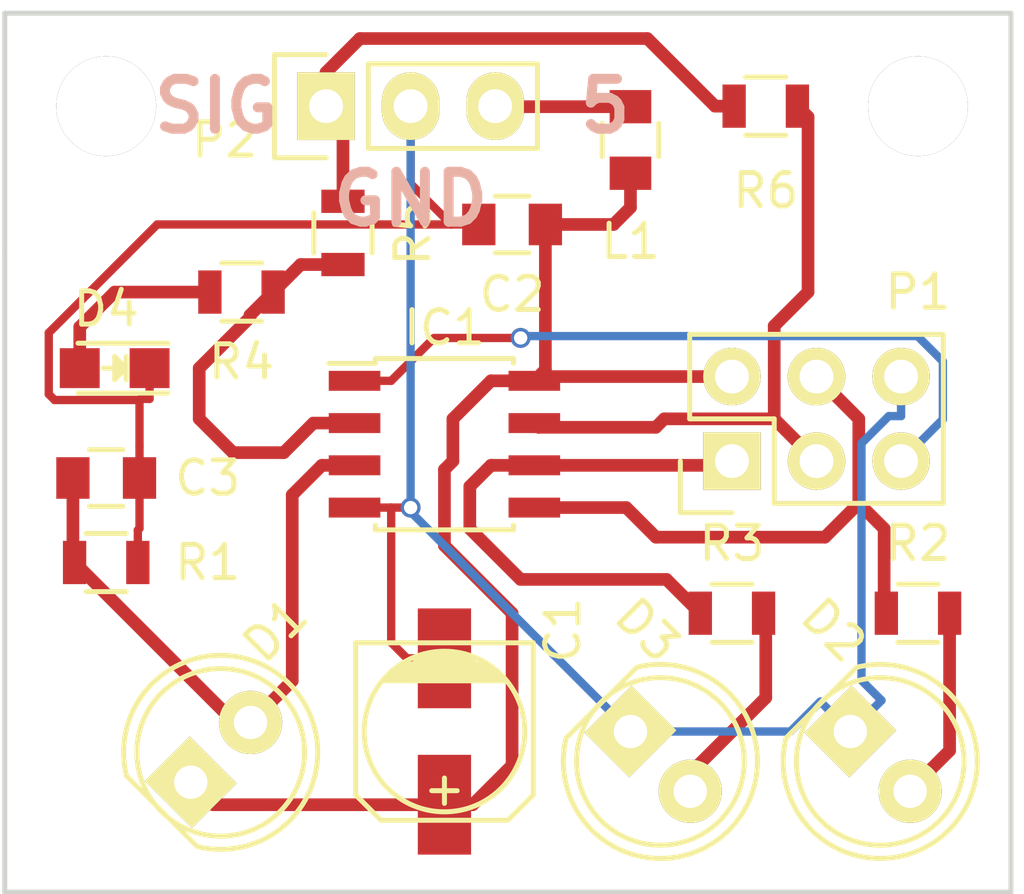
<source format=kicad_pcb>
(kicad_pcb (version 20171130) (host pcbnew "(5.1.12)-1")

  (general
    (thickness 1.6)
    (drawings 8)
    (tracks 135)
    (zones 0)
    (modules 19)
    (nets 16)
  )

  (page A4)
  (layers
    (0 F.Cu signal)
    (31 B.Cu signal)
    (32 B.Adhes user hide)
    (33 F.Adhes user hide)
    (34 B.Paste user hide)
    (35 F.Paste user hide)
    (36 B.SilkS user hide)
    (37 F.SilkS user hide)
    (38 B.Mask user hide)
    (39 F.Mask user hide)
    (40 Dwgs.User user hide)
    (41 Cmts.User user hide)
    (42 Eco1.User user hide)
    (43 Eco2.User user hide)
    (44 Edge.Cuts user)
    (45 Margin user hide)
    (46 B.CrtYd user hide)
    (47 F.CrtYd user hide)
    (48 B.Fab user hide)
    (49 F.Fab user hide)
  )

  (setup
    (last_trace_width 0.25)
    (user_trace_width 0.381)
    (user_trace_width 0.508)
    (trace_clearance 0.2)
    (zone_clearance 0.508)
    (zone_45_only no)
    (trace_min 0.2)
    (via_size 0.6)
    (via_drill 0.4)
    (via_min_size 0.4)
    (via_min_drill 0.3)
    (user_via 10.16 7.62)
    (uvia_size 0.3)
    (uvia_drill 0.1)
    (uvias_allowed no)
    (uvia_min_size 0.2)
    (uvia_min_drill 0.1)
    (edge_width 0.15)
    (segment_width 0.2)
    (pcb_text_width 0.3)
    (pcb_text_size 1.5 1.5)
    (mod_edge_width 0.15)
    (mod_text_size 0.000001 0.000001)
    (mod_text_width 0.15)
    (pad_size 1.4 1.4)
    (pad_drill 0.6)
    (pad_to_mask_clearance 0.2)
    (aux_axis_origin 0 0)
    (visible_elements 7FFFFFFF)
    (pcbplotparams
      (layerselection 0x010ff_80000001)
      (usegerberextensions true)
      (usegerberattributes true)
      (usegerberadvancedattributes true)
      (creategerberjobfile true)
      (excludeedgelayer true)
      (linewidth 0.100000)
      (plotframeref false)
      (viasonmask false)
      (mode 1)
      (useauxorigin false)
      (hpglpennumber 1)
      (hpglpenspeed 20)
      (hpglpendiameter 15.000000)
      (psnegative false)
      (psa4output false)
      (plotreference true)
      (plotvalue true)
      (plotinvisibletext false)
      (padsonsilk false)
      (subtractmaskfromsilk false)
      (outputformat 1)
      (mirror false)
      (drillshape 0)
      (scaleselection 1)
      (outputdirectory "gerbers/"))
  )

  (net 0 "")
  (net 1 "Net-(C1-Pad1)")
  (net 2 GND)
  (net 3 VCC)
  (net 4 "Net-(D2-Pad2)")
  (net 5 "Net-(D3-Pad2)")
  (net 6 "Net-(D4-Pad2)")
  (net 7 "Net-(IC1-Pad1)")
  (net 8 "Net-(IC1-Pad2)")
  (net 9 "Net-(IC1-Pad5)")
  (net 10 "Net-(IC1-Pad6)")
  (net 11 "Net-(IC1-Pad7)")
  (net 12 "Net-(L1-Pad2)")
  (net 13 "Net-(P2-Pad1)")
  (net 14 "Net-(W1-Pad1)")
  (net 15 "Net-(W2-Pad1)")

  (net_class Default "This is the default net class."
    (clearance 0.2)
    (trace_width 0.25)
    (via_dia 0.6)
    (via_drill 0.4)
    (uvia_dia 0.3)
    (uvia_drill 0.1)
    (add_net GND)
    (add_net "Net-(C1-Pad1)")
    (add_net "Net-(D2-Pad2)")
    (add_net "Net-(D3-Pad2)")
    (add_net "Net-(D4-Pad2)")
    (add_net "Net-(IC1-Pad1)")
    (add_net "Net-(IC1-Pad2)")
    (add_net "Net-(IC1-Pad5)")
    (add_net "Net-(IC1-Pad6)")
    (add_net "Net-(IC1-Pad7)")
    (add_net "Net-(L1-Pad2)")
    (add_net "Net-(P2-Pad1)")
    (add_net "Net-(W1-Pad1)")
    (add_net "Net-(W2-Pad1)")
    (add_net VCC)
  )

  (module Capacitors_SMD:c_elec_5x5.7 (layer F.Cu) (tedit 56F6EDE5) (tstamp 56F75140)
    (at 136.144 116.332 270)
    (descr "SMT capacitor, aluminium electrolytic, 5x5.7")
    (path /56E9FDD8)
    (attr smd)
    (fp_text reference C1 (at -3.048 -3.556 270) (layer F.SilkS)
      (effects (font (size 1 1) (thickness 0.15)))
    )
    (fp_text value "22uF 25v" (at 0 3.81 270) (layer F.Fab) hide
      (effects (font (size 1 1) (thickness 0.15)))
    )
    (fp_circle (center 0 0) (end -2.413 0) (layer F.SilkS) (width 0.15))
    (fp_line (start 1.778 -0.381) (end 1.778 0.381) (layer F.SilkS) (width 0.15))
    (fp_line (start 2.159 0) (end 1.397 0) (layer F.SilkS) (width 0.15))
    (fp_line (start -2.667 2.667) (end -2.667 -2.667) (layer F.SilkS) (width 0.15))
    (fp_line (start 1.905 2.667) (end -2.667 2.667) (layer F.SilkS) (width 0.15))
    (fp_line (start 2.667 1.905) (end 1.905 2.667) (layer F.SilkS) (width 0.15))
    (fp_line (start 2.667 -1.905) (end 2.667 1.905) (layer F.SilkS) (width 0.15))
    (fp_line (start 1.905 -2.667) (end 2.667 -1.905) (layer F.SilkS) (width 0.15))
    (fp_line (start -2.667 -2.667) (end 1.905 -2.667) (layer F.SilkS) (width 0.15))
    (fp_line (start -1.524 -1.778) (end -1.524 1.778) (layer F.SilkS) (width 0.15))
    (fp_line (start -1.651 1.651) (end -1.651 -1.651) (layer F.SilkS) (width 0.15))
    (fp_line (start -1.778 -1.524) (end -1.778 1.524) (layer F.SilkS) (width 0.15))
    (fp_line (start -1.905 1.397) (end -1.905 -1.397) (layer F.SilkS) (width 0.15))
    (fp_line (start -2.032 -1.27) (end -2.032 1.27) (layer F.SilkS) (width 0.15))
    (fp_line (start -2.159 -0.889) (end -2.159 0.889) (layer F.SilkS) (width 0.15))
    (fp_line (start -2.286 -0.635) (end -2.286 0.762) (layer F.SilkS) (width 0.15))
    (fp_line (start -3.95 3) (end -3.95 -3) (layer F.CrtYd) (width 0.05))
    (fp_line (start 3.95 3) (end -3.95 3) (layer F.CrtYd) (width 0.05))
    (fp_line (start 3.95 -3) (end 3.95 3) (layer F.CrtYd) (width 0.05))
    (fp_line (start -3.95 -3) (end 3.95 -3) (layer F.CrtYd) (width 0.05))
    (pad 1 smd rect (at 2.19964 0 270) (size 2.99974 1.6002) (layers F.Cu F.Paste F.Mask)
      (net 1 "Net-(C1-Pad1)"))
    (pad 2 smd rect (at -2.19964 0 270) (size 2.99974 1.6002) (layers F.Cu F.Paste F.Mask)
      (net 2 GND))
    (model Capacitors_SMD.3dshapes/c_elec_5x5.7.wrl
      (at (xyz 0 0 0))
      (scale (xyz 1 1 1))
      (rotate (xyz 0 0 0))
    )
  )

  (module Capacitors_SMD:C_0805 (layer F.Cu) (tedit 56F6ECA1) (tstamp 56F7514C)
    (at 138.176 101.092 180)
    (descr "Capacitor SMD 0805, reflow soldering, AVX (see smccp.pdf)")
    (tags "capacitor 0805")
    (path /56E9FE32)
    (attr smd)
    (fp_text reference C2 (at 0 -2.1 180) (layer F.SilkS)
      (effects (font (size 1 1) (thickness 0.15)))
    )
    (fp_text value 100nF (at 0 2.1 180) (layer F.Fab) hide
      (effects (font (size 1 1) (thickness 0.15)))
    )
    (fp_line (start -0.5 0.85) (end 0.5 0.85) (layer F.SilkS) (width 0.15))
    (fp_line (start 0.5 -0.85) (end -0.5 -0.85) (layer F.SilkS) (width 0.15))
    (fp_line (start 1.8 -1) (end 1.8 1) (layer F.CrtYd) (width 0.05))
    (fp_line (start -1.8 -1) (end -1.8 1) (layer F.CrtYd) (width 0.05))
    (fp_line (start -1.8 1) (end 1.8 1) (layer F.CrtYd) (width 0.05))
    (fp_line (start -1.8 -1) (end 1.8 -1) (layer F.CrtYd) (width 0.05))
    (pad 1 smd rect (at -1 0 180) (size 1 1.25) (layers F.Cu F.Paste F.Mask)
      (net 1 "Net-(C1-Pad1)"))
    (pad 2 smd rect (at 1 0 180) (size 1 1.25) (layers F.Cu F.Paste F.Mask)
      (net 2 GND))
    (model Capacitors_SMD.3dshapes/C_0805.wrl
      (at (xyz 0 0 0))
      (scale (xyz 1 1 1))
      (rotate (xyz 0 0 0))
    )
  )

  (module Capacitors_SMD:C_0805 (layer F.Cu) (tedit 56F6F363) (tstamp 56F75158)
    (at 125.984 108.712)
    (descr "Capacitor SMD 0805, reflow soldering, AVX (see smccp.pdf)")
    (tags "capacitor 0805")
    (path /56E9FF0F)
    (attr smd)
    (fp_text reference C3 (at 3.048 0) (layer F.SilkS)
      (effects (font (size 1 1) (thickness 0.15)))
    )
    (fp_text value 1nF (at 0 2.1) (layer F.Fab) hide
      (effects (font (size 1 1) (thickness 0.15)))
    )
    (fp_line (start -0.5 0.85) (end 0.5 0.85) (layer F.SilkS) (width 0.15))
    (fp_line (start 0.5 -0.85) (end -0.5 -0.85) (layer F.SilkS) (width 0.15))
    (fp_line (start 1.8 -1) (end 1.8 1) (layer F.CrtYd) (width 0.05))
    (fp_line (start -1.8 -1) (end -1.8 1) (layer F.CrtYd) (width 0.05))
    (fp_line (start -1.8 1) (end 1.8 1) (layer F.CrtYd) (width 0.05))
    (fp_line (start -1.8 -1) (end 1.8 -1) (layer F.CrtYd) (width 0.05))
    (pad 1 smd rect (at -1 0) (size 1 1.25) (layers F.Cu F.Paste F.Mask)
      (net 3 VCC))
    (pad 2 smd rect (at 1 0) (size 1 1.25) (layers F.Cu F.Paste F.Mask)
      (net 2 GND))
    (model Capacitors_SMD.3dshapes/C_0805.wrl
      (at (xyz 0 0 0))
      (scale (xyz 1 1 1))
      (rotate (xyz 0 0 0))
    )
  )

  (module LEDs:LED-5MM (layer F.Cu) (tedit 56F6EDF2) (tstamp 56F75164)
    (at 128.524 117.856 45)
    (descr "LED 5mm round vertical")
    (tags "LED 5mm round vertical")
    (path /56EA38D2)
    (fp_text reference D1 (at 5.028943 -1.436841 45) (layer F.SilkS)
      (effects (font (size 1 1) (thickness 0.15)))
    )
    (fp_text value SFH3100F (at 1.524 -3.937 45) (layer F.Fab) hide
      (effects (font (size 1 1) (thickness 0.15)))
    )
    (fp_circle (center 1.27 0) (end 0.97 -2.5) (layer F.SilkS) (width 0.15))
    (fp_line (start -1.23 1.5) (end -1.23 -1.5) (layer F.SilkS) (width 0.15))
    (fp_line (start -1.5 -1.55) (end -1.5 1.55) (layer F.CrtYd) (width 0.05))
    (fp_text user K (at -1.905 1.905 45) (layer F.SilkS) hide
      (effects (font (size 1 1) (thickness 0.15)))
    )
    (fp_arc (start 1.3 0) (end -1.5 1.55) (angle -302) (layer F.CrtYd) (width 0.05))
    (fp_arc (start 1.27 0) (end -1.23 -1.5) (angle 297.5) (layer F.SilkS) (width 0.15))
    (pad 1 thru_hole rect (at 0 0 135) (size 2 1.9) (drill 1.00076) (layers *.Cu *.Mask F.SilkS)
      (net 1 "Net-(C1-Pad1)"))
    (pad 2 thru_hole circle (at 2.54 0 45) (size 1.9 1.9) (drill 1.00076) (layers *.Cu *.Mask F.SilkS)
      (net 3 VCC))
    (model LEDs.3dshapes/LED-5MM.wrl
      (offset (xyz 1.269999980926514 0 0))
      (scale (xyz 1 1 1))
      (rotate (xyz 0 0 90))
    )
  )

  (module LEDs:LED-5MM (layer F.Cu) (tedit 56F6EDF9) (tstamp 56F75170)
    (at 148.336 116.332 315)
    (descr "LED 5mm round vertical")
    (tags "LED 5mm round vertical")
    (path /56E9FFED)
    (fp_text reference D2 (at -2.514472 -1.796051 315) (layer F.SilkS)
      (effects (font (size 1 1) (thickness 0.15)))
    )
    (fp_text value IR1 (at 1.524 -3.937 315) (layer F.Fab) hide
      (effects (font (size 1 1) (thickness 0.15)))
    )
    (fp_circle (center 1.27 0) (end 0.97 -2.5) (layer F.SilkS) (width 0.15))
    (fp_line (start -1.23 1.5) (end -1.23 -1.5) (layer F.SilkS) (width 0.15))
    (fp_line (start -1.5 -1.55) (end -1.5 1.55) (layer F.CrtYd) (width 0.05))
    (fp_text user K (at -1.905 1.905 315) (layer F.SilkS) hide
      (effects (font (size 1 1) (thickness 0.15)))
    )
    (fp_arc (start 1.3 0) (end -1.5 1.55) (angle -302) (layer F.CrtYd) (width 0.05))
    (fp_arc (start 1.27 0) (end -1.23 -1.5) (angle 297.5) (layer F.SilkS) (width 0.15))
    (pad 1 thru_hole rect (at 0 0 45) (size 2 1.9) (drill 1.00076) (layers *.Cu *.Mask F.SilkS)
      (net 2 GND))
    (pad 2 thru_hole circle (at 2.54 0 315) (size 1.9 1.9) (drill 1.00076) (layers *.Cu *.Mask F.SilkS)
      (net 4 "Net-(D2-Pad2)"))
    (model LEDs.3dshapes/LED-5MM.wrl
      (offset (xyz 1.269999980926514 0 0))
      (scale (xyz 1 1 1))
      (rotate (xyz 0 0 90))
    )
  )

  (module LEDs:LED-5MM (layer F.Cu) (tedit 56F6EDE8) (tstamp 56F7517C)
    (at 141.732 116.332 315)
    (descr "LED 5mm round vertical")
    (tags "LED 5mm round vertical")
    (path /56EA003D)
    (fp_text reference D3 (at -1.796051 -2.514472 315) (layer F.SilkS)
      (effects (font (size 1 1) (thickness 0.15)))
    )
    (fp_text value IR2 (at 1.524 -3.937 315) (layer F.Fab) hide
      (effects (font (size 1 1) (thickness 0.15)))
    )
    (fp_circle (center 1.27 0) (end 0.97 -2.5) (layer F.SilkS) (width 0.15))
    (fp_line (start -1.23 1.5) (end -1.23 -1.5) (layer F.SilkS) (width 0.15))
    (fp_line (start -1.5 -1.55) (end -1.5 1.55) (layer F.CrtYd) (width 0.05))
    (fp_text user K (at -1.905 1.905 315) (layer F.SilkS) hide
      (effects (font (size 1 1) (thickness 0.15)))
    )
    (fp_arc (start 1.3 0) (end -1.5 1.55) (angle -302) (layer F.CrtYd) (width 0.05))
    (fp_arc (start 1.27 0) (end -1.23 -1.5) (angle 297.5) (layer F.SilkS) (width 0.15))
    (pad 1 thru_hole rect (at 0 0 45) (size 2 1.9) (drill 1.00076) (layers *.Cu *.Mask F.SilkS)
      (net 2 GND))
    (pad 2 thru_hole circle (at 2.54 0 315) (size 1.9 1.9) (drill 1.00076) (layers *.Cu *.Mask F.SilkS)
      (net 5 "Net-(D3-Pad2)"))
    (model LEDs.3dshapes/LED-5MM.wrl
      (offset (xyz 1.269999980926514 0 0))
      (scale (xyz 1 1 1))
      (rotate (xyz 0 0 90))
    )
  )

  (module LEDs:LED_0805 (layer F.Cu) (tedit 56F6F361) (tstamp 56F7518F)
    (at 126.238 105.41 180)
    (descr "LED 0805 smd package")
    (tags "LED 0805 SMD")
    (path /56EA0088)
    (attr smd)
    (fp_text reference D4 (at 0.254 1.778 180) (layer F.SilkS)
      (effects (font (size 1 1) (thickness 0.15)))
    )
    (fp_text value PWR (at 0 1.75 180) (layer F.Fab) hide
      (effects (font (size 1 1) (thickness 0.15)))
    )
    (fp_line (start -1.9 -0.95) (end 1.9 -0.95) (layer F.CrtYd) (width 0.05))
    (fp_line (start -1.9 0.95) (end -1.9 -0.95) (layer F.CrtYd) (width 0.05))
    (fp_line (start 1.9 0.95) (end -1.9 0.95) (layer F.CrtYd) (width 0.05))
    (fp_line (start 1.9 -0.95) (end 1.9 0.95) (layer F.CrtYd) (width 0.05))
    (fp_line (start 0 0.35) (end -0.35 0) (layer F.SilkS) (width 0.15))
    (fp_line (start 0 -0.35) (end 0 0.35) (layer F.SilkS) (width 0.15))
    (fp_line (start -0.35 0) (end 0 -0.35) (layer F.SilkS) (width 0.15))
    (fp_line (start 0 0) (end 0.35 0) (layer F.SilkS) (width 0.15))
    (fp_line (start -0.35 -0.35) (end -0.35 0.35) (layer F.SilkS) (width 0.15))
    (fp_line (start -0.1 -0.1) (end -0.25 0.05) (layer F.SilkS) (width 0.15))
    (fp_line (start -0.1 0.15) (end -0.1 -0.1) (layer F.SilkS) (width 0.15))
    (fp_line (start -1.6 -0.75) (end 1.1 -0.75) (layer F.SilkS) (width 0.15))
    (fp_line (start -1.6 0.75) (end 1.1 0.75) (layer F.SilkS) (width 0.15))
    (pad 2 smd rect (at 1.04902 0) (size 1.19888 1.19888) (layers F.Cu F.Paste F.Mask)
      (net 6 "Net-(D4-Pad2)"))
    (pad 1 smd rect (at -1.04902 0) (size 1.19888 1.19888) (layers F.Cu F.Paste F.Mask)
      (net 2 GND))
    (model LEDs.3dshapes/LED_0805.wrl
      (at (xyz 0 0 0))
      (scale (xyz 1 1 1))
      (rotate (xyz 0 0 0))
    )
  )

  (module Housings_SOIC:SOIC-8_3.9x4.9mm_Pitch1.27mm (layer F.Cu) (tedit 56F6EC24) (tstamp 56F751A6)
    (at 136.144 107.696)
    (descr "8-Lead Plastic Small Outline (SN) - Narrow, 3.90 mm Body [SOIC] (see Microchip Packaging Specification 00000049BS.pdf)")
    (tags "SOIC 1.27")
    (path /56E9FD4A)
    (attr smd)
    (fp_text reference IC1 (at 0 -3.5) (layer F.SilkS)
      (effects (font (size 1 1) (thickness 0.15)))
    )
    (fp_text value ATTINY25-SS (at 0 3.5) (layer F.Fab) hide
      (effects (font (size 1 1) (thickness 0.15)))
    )
    (fp_line (start -2.075 -2.43) (end -3.475 -2.43) (layer F.SilkS) (width 0.15))
    (fp_line (start -2.075 2.575) (end 2.075 2.575) (layer F.SilkS) (width 0.15))
    (fp_line (start -2.075 -2.575) (end 2.075 -2.575) (layer F.SilkS) (width 0.15))
    (fp_line (start -2.075 2.575) (end -2.075 2.43) (layer F.SilkS) (width 0.15))
    (fp_line (start 2.075 2.575) (end 2.075 2.43) (layer F.SilkS) (width 0.15))
    (fp_line (start 2.075 -2.575) (end 2.075 -2.43) (layer F.SilkS) (width 0.15))
    (fp_line (start -2.075 -2.575) (end -2.075 -2.43) (layer F.SilkS) (width 0.15))
    (fp_line (start -3.75 2.75) (end 3.75 2.75) (layer F.CrtYd) (width 0.05))
    (fp_line (start -3.75 -2.75) (end 3.75 -2.75) (layer F.CrtYd) (width 0.05))
    (fp_line (start 3.75 -2.75) (end 3.75 2.75) (layer F.CrtYd) (width 0.05))
    (fp_line (start -3.75 -2.75) (end -3.75 2.75) (layer F.CrtYd) (width 0.05))
    (pad 1 smd rect (at -2.7 -1.905) (size 1.55 0.6) (layers F.Cu F.Paste F.Mask)
      (net 7 "Net-(IC1-Pad1)"))
    (pad 2 smd rect (at -2.7 -0.635) (size 1.55 0.6) (layers F.Cu F.Paste F.Mask)
      (net 8 "Net-(IC1-Pad2)"))
    (pad 3 smd rect (at -2.7 0.635) (size 1.55 0.6) (layers F.Cu F.Paste F.Mask)
      (net 3 VCC))
    (pad 4 smd rect (at -2.7 1.905) (size 1.55 0.6) (layers F.Cu F.Paste F.Mask)
      (net 2 GND))
    (pad 5 smd rect (at 2.7 1.905) (size 1.55 0.6) (layers F.Cu F.Paste F.Mask)
      (net 9 "Net-(IC1-Pad5)"))
    (pad 6 smd rect (at 2.7 0.635) (size 1.55 0.6) (layers F.Cu F.Paste F.Mask)
      (net 10 "Net-(IC1-Pad6)"))
    (pad 7 smd rect (at 2.7 -0.635) (size 1.55 0.6) (layers F.Cu F.Paste F.Mask)
      (net 11 "Net-(IC1-Pad7)"))
    (pad 8 smd rect (at 2.7 -1.905) (size 1.55 0.6) (layers F.Cu F.Paste F.Mask)
      (net 1 "Net-(C1-Pad1)"))
    (model Housings_SOIC.3dshapes/SOIC-8_3.9x4.9mm_Pitch1.27mm.wrl
      (at (xyz 0 0 0))
      (scale (xyz 1 1 1))
      (rotate (xyz 0 0 0))
    )
  )

  (module Capacitors_SMD:C_0805 (layer F.Cu) (tedit 56F6EEAE) (tstamp 56F751B2)
    (at 141.732 98.552 90)
    (descr "Capacitor SMD 0805, reflow soldering, AVX (see smccp.pdf)")
    (tags "capacitor 0805")
    (path /56EA0229)
    (attr smd)
    (fp_text reference L1 (at -3.048 0 180) (layer F.SilkS)
      (effects (font (size 1 1) (thickness 0.15)))
    )
    (fp_text value 1uH (at 0 2.1 90) (layer F.Fab) hide
      (effects (font (size 1 1) (thickness 0.15)))
    )
    (fp_line (start -0.5 0.85) (end 0.5 0.85) (layer F.SilkS) (width 0.15))
    (fp_line (start 0.5 -0.85) (end -0.5 -0.85) (layer F.SilkS) (width 0.15))
    (fp_line (start 1.8 -1) (end 1.8 1) (layer F.CrtYd) (width 0.05))
    (fp_line (start -1.8 -1) (end -1.8 1) (layer F.CrtYd) (width 0.05))
    (fp_line (start -1.8 1) (end 1.8 1) (layer F.CrtYd) (width 0.05))
    (fp_line (start -1.8 -1) (end 1.8 -1) (layer F.CrtYd) (width 0.05))
    (pad 1 smd rect (at -1 0 90) (size 1 1.25) (layers F.Cu F.Paste F.Mask)
      (net 1 "Net-(C1-Pad1)"))
    (pad 2 smd rect (at 1 0 90) (size 1 1.25) (layers F.Cu F.Paste F.Mask)
      (net 12 "Net-(L1-Pad2)"))
    (model Capacitors_SMD.3dshapes/C_0805.wrl
      (at (xyz 0 0 0))
      (scale (xyz 1 1 1))
      (rotate (xyz 0 0 0))
    )
  )

  (module Pin_Headers:Pin_Header_Straight_2x03 (layer F.Cu) (tedit 56F6EBDC) (tstamp 56F751C9)
    (at 144.78 108.204 90)
    (descr "Through hole pin header")
    (tags "pin header")
    (path /56EA00EB)
    (fp_text reference P1 (at 5.08 5.588 180) (layer F.SilkS)
      (effects (font (size 1 1) (thickness 0.15)))
    )
    (fp_text value AVR_ISP (at 0 -3.1 90) (layer F.Fab) hide
      (effects (font (size 1 1) (thickness 0.15)))
    )
    (fp_line (start 3.81 1.27) (end 3.81 -1.27) (layer F.SilkS) (width 0.15))
    (fp_line (start 3.81 -1.27) (end 1.27 -1.27) (layer F.SilkS) (width 0.15))
    (fp_line (start -1.55 -1.55) (end -1.55 0) (layer F.SilkS) (width 0.15))
    (fp_line (start 3.81 6.35) (end 3.81 1.27) (layer F.SilkS) (width 0.15))
    (fp_line (start -1.27 6.35) (end 3.81 6.35) (layer F.SilkS) (width 0.15))
    (fp_line (start 1.27 1.27) (end -1.27 1.27) (layer F.SilkS) (width 0.15))
    (fp_line (start 1.27 -1.27) (end 1.27 1.27) (layer F.SilkS) (width 0.15))
    (fp_line (start -1.75 6.85) (end 4.3 6.85) (layer F.CrtYd) (width 0.05))
    (fp_line (start -1.75 -1.75) (end 4.3 -1.75) (layer F.CrtYd) (width 0.05))
    (fp_line (start 4.3 -1.75) (end 4.3 6.85) (layer F.CrtYd) (width 0.05))
    (fp_line (start -1.75 -1.75) (end -1.75 6.85) (layer F.CrtYd) (width 0.05))
    (fp_line (start -1.55 -1.55) (end 0 -1.55) (layer F.SilkS) (width 0.15))
    (fp_line (start -1.27 1.27) (end -1.27 6.35) (layer F.SilkS) (width 0.15))
    (pad 1 thru_hole rect (at 0 0 90) (size 1.7272 1.7272) (drill 1.016) (layers *.Cu *.Mask F.SilkS)
      (net 10 "Net-(IC1-Pad6)"))
    (pad 2 thru_hole oval (at 2.54 0 90) (size 1.7272 1.7272) (drill 1.016) (layers *.Cu *.Mask F.SilkS)
      (net 1 "Net-(C1-Pad1)"))
    (pad 3 thru_hole oval (at 0 2.54 90) (size 1.7272 1.7272) (drill 1.016) (layers *.Cu *.Mask F.SilkS)
      (net 11 "Net-(IC1-Pad7)"))
    (pad 4 thru_hole oval (at 2.54 2.54 90) (size 1.7272 1.7272) (drill 1.016) (layers *.Cu *.Mask F.SilkS)
      (net 9 "Net-(IC1-Pad5)"))
    (pad 5 thru_hole oval (at 0 5.08 90) (size 1.7272 1.7272) (drill 1.016) (layers *.Cu *.Mask F.SilkS)
      (net 7 "Net-(IC1-Pad1)"))
    (pad 6 thru_hole oval (at 2.54 5.08 90) (size 1.7272 1.7272) (drill 1.016) (layers *.Cu *.Mask F.SilkS)
      (net 2 GND))
    (model Pin_Headers.3dshapes/Pin_Header_Straight_2x03.wrl
      (offset (xyz 1.269999980926514 -2.539999961853027 0))
      (scale (xyz 1 1 1))
      (rotate (xyz 0 0 90))
    )
  )

  (module Pin_Headers:Pin_Header_Straight_1x03 (layer F.Cu) (tedit 56F6EBE1) (tstamp 56F751DB)
    (at 132.588 97.536 90)
    (descr "Through hole pin header")
    (tags "pin header")
    (path /56EA01E2)
    (fp_text reference P2 (at -1.016 -3.048 180) (layer F.SilkS)
      (effects (font (size 1 1) (thickness 0.15)))
    )
    (fp_text value OUT (at 0 -3.1 90) (layer F.Fab) hide
      (effects (font (size 1 1) (thickness 0.15)))
    )
    (fp_line (start -1.55 -1.55) (end 1.55 -1.55) (layer F.SilkS) (width 0.15))
    (fp_line (start -1.55 0) (end -1.55 -1.55) (layer F.SilkS) (width 0.15))
    (fp_line (start 1.27 1.27) (end -1.27 1.27) (layer F.SilkS) (width 0.15))
    (fp_line (start 1.55 -1.55) (end 1.55 0) (layer F.SilkS) (width 0.15))
    (fp_line (start 1.27 6.35) (end 1.27 1.27) (layer F.SilkS) (width 0.15))
    (fp_line (start -1.27 6.35) (end 1.27 6.35) (layer F.SilkS) (width 0.15))
    (fp_line (start -1.27 1.27) (end -1.27 6.35) (layer F.SilkS) (width 0.15))
    (fp_line (start -1.75 6.85) (end 1.75 6.85) (layer F.CrtYd) (width 0.05))
    (fp_line (start -1.75 -1.75) (end 1.75 -1.75) (layer F.CrtYd) (width 0.05))
    (fp_line (start 1.75 -1.75) (end 1.75 6.85) (layer F.CrtYd) (width 0.05))
    (fp_line (start -1.75 -1.75) (end -1.75 6.85) (layer F.CrtYd) (width 0.05))
    (pad 1 thru_hole rect (at 0 0 90) (size 2.032 1.7272) (drill 1.016) (layers *.Cu *.Mask F.SilkS)
      (net 13 "Net-(P2-Pad1)"))
    (pad 2 thru_hole oval (at 0 2.54 90) (size 2.032 1.7272) (drill 1.016) (layers *.Cu *.Mask F.SilkS)
      (net 2 GND))
    (pad 3 thru_hole oval (at 0 5.08 90) (size 2.032 1.7272) (drill 1.016) (layers *.Cu *.Mask F.SilkS)
      (net 12 "Net-(L1-Pad2)"))
    (model Pin_Headers.3dshapes/Pin_Header_Straight_1x03.wrl
      (offset (xyz 0 -2.539999961853027 0))
      (scale (xyz 1 1 1))
      (rotate (xyz 0 0 90))
    )
  )

  (module Resistors_SMD:R_0805 (layer F.Cu) (tedit 56F6F367) (tstamp 56F751E7)
    (at 125.984 111.252)
    (descr "Resistor SMD 0805, reflow soldering, Vishay (see dcrcw.pdf)")
    (tags "resistor 0805")
    (path /56E9FD98)
    (attr smd)
    (fp_text reference R1 (at 3.048 0) (layer F.SilkS)
      (effects (font (size 1 1) (thickness 0.15)))
    )
    (fp_text value 6k8 (at 0 2.1) (layer F.Fab) hide
      (effects (font (size 1 1) (thickness 0.15)))
    )
    (fp_line (start -0.6 -0.875) (end 0.6 -0.875) (layer F.SilkS) (width 0.15))
    (fp_line (start 0.6 0.875) (end -0.6 0.875) (layer F.SilkS) (width 0.15))
    (fp_line (start 1.6 -1) (end 1.6 1) (layer F.CrtYd) (width 0.05))
    (fp_line (start -1.6 -1) (end -1.6 1) (layer F.CrtYd) (width 0.05))
    (fp_line (start -1.6 1) (end 1.6 1) (layer F.CrtYd) (width 0.05))
    (fp_line (start -1.6 -1) (end 1.6 -1) (layer F.CrtYd) (width 0.05))
    (pad 1 smd rect (at -0.95 0) (size 0.7 1.3) (layers F.Cu F.Paste F.Mask)
      (net 3 VCC))
    (pad 2 smd rect (at 0.95 0) (size 0.7 1.3) (layers F.Cu F.Paste F.Mask)
      (net 2 GND))
    (model Resistors_SMD.3dshapes/R_0805.wrl
      (at (xyz 0 0 0))
      (scale (xyz 1 1 1))
      (rotate (xyz 0 0 0))
    )
  )

  (module Resistors_SMD:R_0805 (layer F.Cu) (tedit 56F6ECA6) (tstamp 56F751F3)
    (at 150.368 112.776)
    (descr "Resistor SMD 0805, reflow soldering, Vishay (see dcrcw.pdf)")
    (tags "resistor 0805")
    (path /56E9FF4F)
    (attr smd)
    (fp_text reference R2 (at 0 -2.1) (layer F.SilkS)
      (effects (font (size 1 1) (thickness 0.15)))
    )
    (fp_text value 866R (at 0 2.1) (layer F.Fab) hide
      (effects (font (size 1 1) (thickness 0.15)))
    )
    (fp_line (start -0.6 -0.875) (end 0.6 -0.875) (layer F.SilkS) (width 0.15))
    (fp_line (start 0.6 0.875) (end -0.6 0.875) (layer F.SilkS) (width 0.15))
    (fp_line (start 1.6 -1) (end 1.6 1) (layer F.CrtYd) (width 0.05))
    (fp_line (start -1.6 -1) (end -1.6 1) (layer F.CrtYd) (width 0.05))
    (fp_line (start -1.6 1) (end 1.6 1) (layer F.CrtYd) (width 0.05))
    (fp_line (start -1.6 -1) (end 1.6 -1) (layer F.CrtYd) (width 0.05))
    (pad 1 smd rect (at -0.95 0) (size 0.7 1.3) (layers F.Cu F.Paste F.Mask)
      (net 9 "Net-(IC1-Pad5)"))
    (pad 2 smd rect (at 0.95 0) (size 0.7 1.3) (layers F.Cu F.Paste F.Mask)
      (net 4 "Net-(D2-Pad2)"))
    (model Resistors_SMD.3dshapes/R_0805.wrl
      (at (xyz 0 0 0))
      (scale (xyz 1 1 1))
      (rotate (xyz 0 0 0))
    )
  )

  (module Resistors_SMD:R_0805 (layer F.Cu) (tedit 56F6ECBD) (tstamp 56F751FF)
    (at 144.78 112.776)
    (descr "Resistor SMD 0805, reflow soldering, Vishay (see dcrcw.pdf)")
    (tags "resistor 0805")
    (path /56E9FF88)
    (attr smd)
    (fp_text reference R3 (at 0 -2.1) (layer F.SilkS)
      (effects (font (size 1 1) (thickness 0.15)))
    )
    (fp_text value 1k (at 0 2.1) (layer F.Fab) hide
      (effects (font (size 1 1) (thickness 0.15)))
    )
    (fp_line (start -0.6 -0.875) (end 0.6 -0.875) (layer F.SilkS) (width 0.15))
    (fp_line (start 0.6 0.875) (end -0.6 0.875) (layer F.SilkS) (width 0.15))
    (fp_line (start 1.6 -1) (end 1.6 1) (layer F.CrtYd) (width 0.05))
    (fp_line (start -1.6 -1) (end -1.6 1) (layer F.CrtYd) (width 0.05))
    (fp_line (start -1.6 1) (end 1.6 1) (layer F.CrtYd) (width 0.05))
    (fp_line (start -1.6 -1) (end 1.6 -1) (layer F.CrtYd) (width 0.05))
    (pad 1 smd rect (at -0.95 0) (size 0.7 1.3) (layers F.Cu F.Paste F.Mask)
      (net 10 "Net-(IC1-Pad6)"))
    (pad 2 smd rect (at 0.95 0) (size 0.7 1.3) (layers F.Cu F.Paste F.Mask)
      (net 5 "Net-(D3-Pad2)"))
    (model Resistors_SMD.3dshapes/R_0805.wrl
      (at (xyz 0 0 0))
      (scale (xyz 1 1 1))
      (rotate (xyz 0 0 0))
    )
  )

  (module Resistors_SMD:R_0805 (layer F.Cu) (tedit 56F6ECA9) (tstamp 56F7520B)
    (at 130.048 103.124 180)
    (descr "Resistor SMD 0805, reflow soldering, Vishay (see dcrcw.pdf)")
    (tags "resistor 0805")
    (path /56E9FFB3)
    (attr smd)
    (fp_text reference R4 (at 0 -2.1 180) (layer F.SilkS)
      (effects (font (size 1 1) (thickness 0.15)))
    )
    (fp_text value 330R (at 0 2.1 180) (layer F.Fab) hide
      (effects (font (size 1 1) (thickness 0.15)))
    )
    (fp_line (start -0.6 -0.875) (end 0.6 -0.875) (layer F.SilkS) (width 0.15))
    (fp_line (start 0.6 0.875) (end -0.6 0.875) (layer F.SilkS) (width 0.15))
    (fp_line (start 1.6 -1) (end 1.6 1) (layer F.CrtYd) (width 0.05))
    (fp_line (start -1.6 -1) (end -1.6 1) (layer F.CrtYd) (width 0.05))
    (fp_line (start -1.6 1) (end 1.6 1) (layer F.CrtYd) (width 0.05))
    (fp_line (start -1.6 -1) (end 1.6 -1) (layer F.CrtYd) (width 0.05))
    (pad 1 smd rect (at -0.95 0 180) (size 0.7 1.3) (layers F.Cu F.Paste F.Mask)
      (net 8 "Net-(IC1-Pad2)"))
    (pad 2 smd rect (at 0.95 0 180) (size 0.7 1.3) (layers F.Cu F.Paste F.Mask)
      (net 6 "Net-(D4-Pad2)"))
    (model Resistors_SMD.3dshapes/R_0805.wrl
      (at (xyz 0 0 0))
      (scale (xyz 1 1 1))
      (rotate (xyz 0 0 0))
    )
  )

  (module Resistors_SMD:R_0805 (layer F.Cu) (tedit 56F6ECB9) (tstamp 56F75217)
    (at 133.096 101.346 270)
    (descr "Resistor SMD 0805, reflow soldering, Vishay (see dcrcw.pdf)")
    (tags "resistor 0805")
    (path /56EA0147)
    (attr smd)
    (fp_text reference R5 (at 0 -2.1 270) (layer F.SilkS)
      (effects (font (size 1 1) (thickness 0.15)))
    )
    (fp_text value 3k (at 0 2.1 270) (layer F.Fab) hide
      (effects (font (size 1 1) (thickness 0.15)))
    )
    (fp_line (start -0.6 -0.875) (end 0.6 -0.875) (layer F.SilkS) (width 0.15))
    (fp_line (start 0.6 0.875) (end -0.6 0.875) (layer F.SilkS) (width 0.15))
    (fp_line (start 1.6 -1) (end 1.6 1) (layer F.CrtYd) (width 0.05))
    (fp_line (start -1.6 -1) (end -1.6 1) (layer F.CrtYd) (width 0.05))
    (fp_line (start -1.6 1) (end 1.6 1) (layer F.CrtYd) (width 0.05))
    (fp_line (start -1.6 -1) (end 1.6 -1) (layer F.CrtYd) (width 0.05))
    (pad 1 smd rect (at -0.95 0 270) (size 0.7 1.3) (layers F.Cu F.Paste F.Mask)
      (net 13 "Net-(P2-Pad1)"))
    (pad 2 smd rect (at 0.95 0 270) (size 0.7 1.3) (layers F.Cu F.Paste F.Mask)
      (net 8 "Net-(IC1-Pad2)"))
    (model Resistors_SMD.3dshapes/R_0805.wrl
      (at (xyz 0 0 0))
      (scale (xyz 1 1 1))
      (rotate (xyz 0 0 0))
    )
  )

  (module Resistors_SMD:R_0805 (layer F.Cu) (tedit 56F6EEB0) (tstamp 56F75223)
    (at 145.796 97.536)
    (descr "Resistor SMD 0805, reflow soldering, Vishay (see dcrcw.pdf)")
    (tags "resistor 0805")
    (path /56EA01A0)
    (attr smd)
    (fp_text reference R6 (at 0 2.54) (layer F.SilkS)
      (effects (font (size 1 1) (thickness 0.15)))
    )
    (fp_text value 3k3 (at 0 2.1) (layer F.Fab) hide
      (effects (font (size 1 1) (thickness 0.15)))
    )
    (fp_line (start -0.6 -0.875) (end 0.6 -0.875) (layer F.SilkS) (width 0.15))
    (fp_line (start 0.6 0.875) (end -0.6 0.875) (layer F.SilkS) (width 0.15))
    (fp_line (start 1.6 -1) (end 1.6 1) (layer F.CrtYd) (width 0.05))
    (fp_line (start -1.6 -1) (end -1.6 1) (layer F.CrtYd) (width 0.05))
    (fp_line (start -1.6 1) (end 1.6 1) (layer F.CrtYd) (width 0.05))
    (fp_line (start -1.6 -1) (end 1.6 -1) (layer F.CrtYd) (width 0.05))
    (pad 1 smd rect (at -0.95 0) (size 0.7 1.3) (layers F.Cu F.Paste F.Mask)
      (net 13 "Net-(P2-Pad1)"))
    (pad 2 smd rect (at 0.95 0) (size 0.7 1.3) (layers F.Cu F.Paste F.Mask)
      (net 11 "Net-(IC1-Pad7)"))
    (model Resistors_SMD.3dshapes/R_0805.wrl
      (at (xyz 0 0 0))
      (scale (xyz 1 1 1))
      (rotate (xyz 0 0 0))
    )
  )

  (module Mounting_Holes:MountingHole_3mm (layer F.Cu) (tedit 56F6ECB3) (tstamp 56F75228)
    (at 125.984 97.536)
    (descr "Mounting hole, Befestigungsbohrung, 3mm, No Annular, Kein Restring,")
    (tags "Mounting hole, Befestigungsbohrung, 3mm, No Annular, Kein Restring,")
    (path /56F6ED18)
    (fp_text reference W1 (at 0 -4.0005) (layer F.SilkS) hide
      (effects (font (size 1 1) (thickness 0.15)))
    )
    (fp_text value TEST_1P (at 1.00076 5.00126) (layer F.Fab) hide
      (effects (font (size 1 1) (thickness 0.15)))
    )
    (fp_circle (center 0 0) (end 3 0) (layer Cmts.User) (width 0.381))
    (pad 1 thru_hole circle (at 0 0) (size 3 3) (drill 3) (layers *.Cu *.Mask)
      (net 14 "Net-(W1-Pad1)"))
  )

  (module Mounting_Holes:MountingHole_3mm (layer F.Cu) (tedit 56F6ECB6) (tstamp 56F7522D)
    (at 150.368 97.536)
    (descr "Mounting hole, Befestigungsbohrung, 3mm, No Annular, Kein Restring,")
    (tags "Mounting hole, Befestigungsbohrung, 3mm, No Annular, Kein Restring,")
    (path /56F6ED5F)
    (fp_text reference W2 (at 0 -4.0005) (layer F.SilkS) hide
      (effects (font (size 1 1) (thickness 0.15)))
    )
    (fp_text value TEST_1P (at 1.00076 5.00126) (layer F.Fab) hide
      (effects (font (size 1 1) (thickness 0.15)))
    )
    (fp_circle (center 0 0) (end 3 0) (layer Cmts.User) (width 0.381))
    (pad 1 thru_hole circle (at 0 0) (size 3 3) (drill 3) (layers *.Cu *.Mask)
      (net 15 "Net-(W2-Pad1)"))
  )

  (gr_text SIG (at 129.286 97.536) (layer B.SilkS)
    (effects (font (size 1.5 1.5) (thickness 0.3)))
  )
  (gr_text 5 (at 140.97 97.536) (layer B.SilkS)
    (effects (font (size 1.5 1.5) (thickness 0.3)))
  )
  (gr_text GND (at 135.128 100.33) (layer B.SilkS)
    (effects (font (size 1.5 1.5) (thickness 0.3)))
  )
  (gr_line (start 122.936 94.742) (end 122.936 101.854) (angle 90) (layer Edge.Cuts) (width 0.15))
  (gr_line (start 153.162 94.742) (end 122.936 94.742) (angle 90) (layer Edge.Cuts) (width 0.15))
  (gr_line (start 153.162 121.158) (end 153.162 94.742) (angle 90) (layer Edge.Cuts) (width 0.15))
  (gr_line (start 122.936 121.158) (end 153.162 121.158) (angle 90) (layer Edge.Cuts) (width 0.15))
  (gr_line (start 122.936 101.854) (end 122.936 121.158) (angle 90) (layer Edge.Cuts) (width 0.15))

  (segment (start 136.1436 118.532) (end 136.144 118.5316) (width 0.25) (layer F.Cu) (net 1))
  (segment (start 136.1436 118.532) (end 129.2 118.532) (width 0.381) (layer F.Cu) (net 1))
  (segment (start 129.2 118.532) (end 128.524 117.856) (width 0.381) (layer F.Cu) (net 1))
  (segment (start 138.844 105.791) (end 137.541 105.791) (width 0.381) (layer F.Cu) (net 1))
  (segment (start 137.541 105.791) (end 136.398 106.934) (width 0.381) (layer F.Cu) (net 1))
  (segment (start 136.398 106.934) (end 136.398 108.204) (width 0.381) (layer F.Cu) (net 1))
  (segment (start 136.398 108.204) (end 136.144 108.458) (width 0.381) (layer F.Cu) (net 1))
  (segment (start 136.144 108.458) (end 136.144 110.744) (width 0.381) (layer F.Cu) (net 1))
  (segment (start 136.144 110.744) (end 138.176 112.776) (width 0.381) (layer F.Cu) (net 1))
  (segment (start 138.176 112.776) (end 138.176 117.348) (width 0.381) (layer F.Cu) (net 1))
  (segment (start 138.176 117.348) (end 136.992 118.532) (width 0.381) (layer F.Cu) (net 1))
  (segment (start 136.992 118.532) (end 136.1436 118.532) (width 0.381) (layer F.Cu) (net 1))
  (segment (start 141.732 99.568) (end 141.732 100.584) (width 0.381) (layer F.Cu) (net 1))
  (segment (start 141.732 100.584) (end 141.224 101.092) (width 0.381) (layer F.Cu) (net 1))
  (segment (start 141.224 101.092) (end 139.176 101.092) (width 0.381) (layer F.Cu) (net 1))
  (segment (start 141.732 99.552) (end 141.732 99.568) (width 0.381) (layer F.Cu) (net 1))
  (segment (start 144.78 105.664) (end 138.971 105.664) (width 0.381) (layer F.Cu) (net 1))
  (segment (start 138.971 105.664) (end 138.844 105.791) (width 0.381) (layer F.Cu) (net 1))
  (segment (start 141.732 99.552) (end 141.732 99.568) (width 0.381) (layer F.Cu) (net 1))
  (segment (start 139.176 101.092) (end 139.176 105.459) (width 0.381) (layer F.Cu) (net 1))
  (segment (start 139.176 105.459) (end 138.844 105.791) (width 0.381) (layer F.Cu) (net 1))
  (segment (start 134.5441 109.601) (end 135.128 109.601) (width 0.25) (layer F.Cu) (net 2))
  (segment (start 135.128 109.601) (end 135.128 97.536) (width 0.25) (layer B.Cu) (net 2))
  (segment (start 141.732 116.332) (end 135.128 109.728) (width 0.25) (layer B.Cu) (net 2))
  (segment (start 135.128 109.728) (end 135.128 109.601) (width 0.25) (layer B.Cu) (net 2))
  (segment (start 127.287 105.41) (end 127.287 106.3345) (width 0.25) (layer F.Cu) (net 2))
  (segment (start 126.984 106.3681) (end 124.4332 106.3681) (width 0.25) (layer F.Cu) (net 2))
  (segment (start 124.4332 106.3681) (end 124.2588 106.1937) (width 0.25) (layer F.Cu) (net 2))
  (segment (start 124.2588 106.1937) (end 124.2588 104.3484) (width 0.25) (layer F.Cu) (net 2))
  (segment (start 124.2588 104.3484) (end 127.5152 101.092) (width 0.25) (layer F.Cu) (net 2))
  (segment (start 127.5152 101.092) (end 136.3509 101.092) (width 0.25) (layer F.Cu) (net 2))
  (segment (start 127.287 106.3345) (end 127.0176 106.3345) (width 0.25) (layer F.Cu) (net 2))
  (segment (start 127.0176 106.3345) (end 126.984 106.3681) (width 0.25) (layer F.Cu) (net 2))
  (segment (start 126.984 106.3681) (end 126.984 107.7619) (width 0.25) (layer F.Cu) (net 2))
  (segment (start 141.732 116.332) (end 146.5327 116.332) (width 0.25) (layer B.Cu) (net 2))
  (segment (start 146.5327 116.332) (end 147.4344 115.4303) (width 0.25) (layer B.Cu) (net 2))
  (segment (start 148.336 116.332) (end 147.4344 115.4303) (width 0.25) (layer B.Cu) (net 2))
  (segment (start 126.984 108.712) (end 126.984 107.7619) (width 0.25) (layer F.Cu) (net 2))
  (segment (start 136.144 114.1324) (end 135.0188 114.1324) (width 0.25) (layer F.Cu) (net 2))
  (segment (start 133.444 109.601) (end 134.5441 109.601) (width 0.25) (layer F.Cu) (net 2))
  (segment (start 134.5441 109.601) (end 134.5441 113.6577) (width 0.25) (layer F.Cu) (net 2))
  (segment (start 134.5441 113.6577) (end 135.0188 114.1324) (width 0.25) (layer F.Cu) (net 2))
  (segment (start 148.336 116.332) (end 149.2731 115.3949) (width 0.25) (layer B.Cu) (net 2))
  (segment (start 149.86 105.664) (end 149.86 106.8527) (width 0.25) (layer B.Cu) (net 2))
  (segment (start 149.86 106.8527) (end 149.4884 106.8527) (width 0.25) (layer B.Cu) (net 2))
  (segment (start 149.4884 106.8527) (end 148.6713 107.6698) (width 0.25) (layer B.Cu) (net 2))
  (segment (start 148.6713 107.6698) (end 148.6713 114.7932) (width 0.25) (layer B.Cu) (net 2))
  (segment (start 148.6713 114.7932) (end 149.2731 115.3949) (width 0.25) (layer B.Cu) (net 2))
  (segment (start 137.176 101.092) (end 136.3509 101.092) (width 0.25) (layer F.Cu) (net 2))
  (segment (start 135.128 97.536) (end 135.128 99.8691) (width 0.25) (layer F.Cu) (net 2))
  (segment (start 135.128 99.8691) (end 136.3509 101.092) (width 0.25) (layer F.Cu) (net 2))
  (segment (start 126.934 111.252) (end 126.934 110.2769) (width 0.25) (layer F.Cu) (net 2))
  (segment (start 126.934 110.2769) (end 126.984 110.2269) (width 0.25) (layer F.Cu) (net 2))
  (segment (start 126.984 110.2269) (end 126.984 108.712) (width 0.25) (layer F.Cu) (net 2))
  (via (at 135.128 109.601) (size 0.6) (layers F.Cu B.Cu) (net 2))
  (segment (start 130.3201 116.0599) (end 130.32 116.06) (width 0.381) (layer F.Cu) (net 3))
  (segment (start 130.32 116.06) (end 129.842 116.06) (width 0.381) (layer F.Cu) (net 3))
  (segment (start 129.842 116.06) (end 125.034 111.252) (width 0.381) (layer F.Cu) (net 3))
  (segment (start 133.444 108.331) (end 132.461 108.331) (width 0.381) (layer F.Cu) (net 3))
  (segment (start 132.461 108.331) (end 131.572 109.22) (width 0.381) (layer F.Cu) (net 3))
  (segment (start 131.572 109.22) (end 131.572 114.808) (width 0.381) (layer F.Cu) (net 3))
  (segment (start 131.572 114.808) (end 130.3201 116.0599) (width 0.381) (layer F.Cu) (net 3))
  (segment (start 124.984 108.712) (end 124.984 111.202) (width 0.381) (layer F.Cu) (net 3))
  (segment (start 124.984 111.202) (end 125.034 111.252) (width 0.381) (layer F.Cu) (net 3))
  (segment (start 150.132 118.11) (end 150.1321 118.1101) (width 0.25) (layer F.Cu) (net 4))
  (segment (start 150.1321 118.1101) (end 150.1321 118.1281) (width 0.25) (layer F.Cu) (net 4))
  (segment (start 150.132 118.11) (end 150.132 118.092) (width 0.381) (layer F.Cu) (net 4))
  (segment (start 150.132 118.092) (end 151.318 116.906) (width 0.381) (layer F.Cu) (net 4))
  (segment (start 151.318 116.906) (end 151.318 112.776) (width 0.381) (layer F.Cu) (net 4))
  (segment (start 150.132 118.128) (end 150.132 118.11) (width 0.381) (layer F.Cu) (net 4))
  (segment (start 143.528 117.856) (end 143.5281 117.8561) (width 0.25) (layer F.Cu) (net 5))
  (segment (start 143.5281 117.8561) (end 143.5281 118.1281) (width 0.25) (layer F.Cu) (net 5))
  (segment (start 143.528 117.856) (end 143.528 117.584) (width 0.381) (layer F.Cu) (net 5))
  (segment (start 143.528 117.584) (end 145.796 115.316) (width 0.381) (layer F.Cu) (net 5))
  (segment (start 145.796 115.316) (end 145.796 112.842) (width 0.381) (layer F.Cu) (net 5))
  (segment (start 145.796 112.842) (end 145.73 112.776) (width 0.381) (layer F.Cu) (net 5))
  (segment (start 143.528 118.128) (end 143.528 117.856) (width 0.381) (layer F.Cu) (net 5))
  (segment (start 125.189 105.41) (end 125.189 104.173) (width 0.381) (layer F.Cu) (net 6))
  (segment (start 125.189 104.173) (end 126.238 103.124) (width 0.381) (layer F.Cu) (net 6))
  (segment (start 126.238 103.124) (end 129.098 103.124) (width 0.381) (layer F.Cu) (net 6))
  (segment (start 134.5441 105.791) (end 135.8328 104.5023) (width 0.25) (layer F.Cu) (net 7))
  (segment (start 135.8328 104.5023) (end 138.4332 104.5023) (width 0.25) (layer F.Cu) (net 7))
  (segment (start 149.86 108.204) (end 151.1155 106.9485) (width 0.25) (layer B.Cu) (net 7))
  (segment (start 151.1155 106.9485) (end 151.1155 105.2076) (width 0.25) (layer B.Cu) (net 7))
  (segment (start 151.1155 105.2076) (end 150.355 104.4471) (width 0.25) (layer B.Cu) (net 7))
  (segment (start 150.355 104.4471) (end 138.4884 104.4471) (width 0.25) (layer B.Cu) (net 7))
  (segment (start 138.4884 104.4471) (end 138.4332 104.5023) (width 0.25) (layer B.Cu) (net 7))
  (segment (start 133.444 105.791) (end 134.5441 105.791) (width 0.25) (layer F.Cu) (net 7))
  (via (at 138.4332 104.5023) (size 0.6) (layers F.Cu B.Cu) (net 7))
  (segment (start 133.096 102.296) (end 131.826 102.296) (width 0.381) (layer F.Cu) (net 8))
  (segment (start 131.826 102.296) (end 130.998 103.124) (width 0.381) (layer F.Cu) (net 8))
  (segment (start 133.444 107.061) (end 132.207 107.061) (width 0.381) (layer F.Cu) (net 8))
  (segment (start 132.207 107.061) (end 131.318 107.95) (width 0.381) (layer F.Cu) (net 8))
  (segment (start 131.318 107.95) (end 129.794 107.95) (width 0.381) (layer F.Cu) (net 8))
  (segment (start 129.794 107.95) (end 128.778 106.934) (width 0.381) (layer F.Cu) (net 8))
  (segment (start 128.778 106.934) (end 128.778 105.41) (width 0.381) (layer F.Cu) (net 8))
  (segment (start 128.778 105.41) (end 130.302 103.886) (width 0.381) (layer F.Cu) (net 8))
  (segment (start 130.302 103.886) (end 130.302 103.82) (width 0.381) (layer F.Cu) (net 8))
  (segment (start 130.302 103.82) (end 130.998 103.124) (width 0.381) (layer F.Cu) (net 8))
  (segment (start 147.32 105.41) (end 147.32 105.664) (width 0.381) (layer F.Cu) (net 9))
  (segment (start 148.59 109.474) (end 149.352 110.236) (width 0.381) (layer F.Cu) (net 9))
  (segment (start 149.352 110.236) (end 149.352 112.71) (width 0.381) (layer F.Cu) (net 9))
  (segment (start 149.352 112.71) (end 149.418 112.776) (width 0.381) (layer F.Cu) (net 9))
  (segment (start 147.32 105.664) (end 148.59 106.934) (width 0.381) (layer F.Cu) (net 9))
  (segment (start 148.59 106.934) (end 148.59 109.474) (width 0.381) (layer F.Cu) (net 9))
  (segment (start 138.844 109.601) (end 141.605 109.601) (width 0.381) (layer F.Cu) (net 9))
  (segment (start 141.605 109.601) (end 142.494 110.49) (width 0.381) (layer F.Cu) (net 9))
  (segment (start 142.494 110.49) (end 147.574 110.49) (width 0.381) (layer F.Cu) (net 9))
  (segment (start 147.574 110.49) (end 148.59 109.474) (width 0.381) (layer F.Cu) (net 9))
  (segment (start 138.844 108.331) (end 144.653 108.331) (width 0.381) (layer F.Cu) (net 10))
  (segment (start 144.653 108.331) (end 144.78 108.204) (width 0.381) (layer F.Cu) (net 10))
  (segment (start 138.844 108.331) (end 137.541 108.331) (width 0.381) (layer F.Cu) (net 10))
  (segment (start 137.541 108.331) (end 136.906 108.966) (width 0.381) (layer F.Cu) (net 10))
  (segment (start 136.906 108.966) (end 136.906 110.236) (width 0.381) (layer F.Cu) (net 10))
  (segment (start 136.906 110.236) (end 138.43 111.76) (width 0.381) (layer F.Cu) (net 10))
  (segment (start 138.43 111.76) (end 142.814 111.76) (width 0.381) (layer F.Cu) (net 10))
  (segment (start 142.814 111.76) (end 143.83 112.776) (width 0.381) (layer F.Cu) (net 10))
  (segment (start 146.05 106.934) (end 142.748 106.934) (width 0.381) (layer F.Cu) (net 11))
  (segment (start 142.748 106.934) (end 142.494 107.188) (width 0.381) (layer F.Cu) (net 11))
  (segment (start 142.494 107.188) (end 138.971 107.188) (width 0.381) (layer F.Cu) (net 11))
  (segment (start 138.971 107.188) (end 138.844 107.061) (width 0.381) (layer F.Cu) (net 11))
  (segment (start 147.32 108.204) (end 146.05 106.934) (width 0.381) (layer F.Cu) (net 11))
  (segment (start 146.05 106.934) (end 146.05 104.14) (width 0.381) (layer F.Cu) (net 11))
  (segment (start 146.05 104.14) (end 147.066 103.124) (width 0.381) (layer F.Cu) (net 11))
  (segment (start 147.066 103.124) (end 147.066 97.856) (width 0.381) (layer F.Cu) (net 11))
  (segment (start 147.066 97.856) (end 146.746 97.536) (width 0.381) (layer F.Cu) (net 11))
  (segment (start 141.732 97.552) (end 137.684 97.552) (width 0.381) (layer F.Cu) (net 12))
  (segment (start 137.684 97.552) (end 137.668 97.536) (width 0.381) (layer F.Cu) (net 12))
  (segment (start 132.588 97.536) (end 132.588 96.52) (width 0.381) (layer F.Cu) (net 13))
  (segment (start 132.588 96.52) (end 133.604 95.504) (width 0.381) (layer F.Cu) (net 13))
  (segment (start 133.604 95.504) (end 142.24 95.504) (width 0.381) (layer F.Cu) (net 13))
  (segment (start 142.24 95.504) (end 144.272 97.536) (width 0.381) (layer F.Cu) (net 13))
  (segment (start 144.272 97.536) (end 144.846 97.536) (width 0.381) (layer F.Cu) (net 13))
  (segment (start 133.096 100.396) (end 133.096 98.044) (width 0.381) (layer F.Cu) (net 13))
  (segment (start 133.096 98.044) (end 132.588 97.536) (width 0.381) (layer F.Cu) (net 13))

)

</source>
